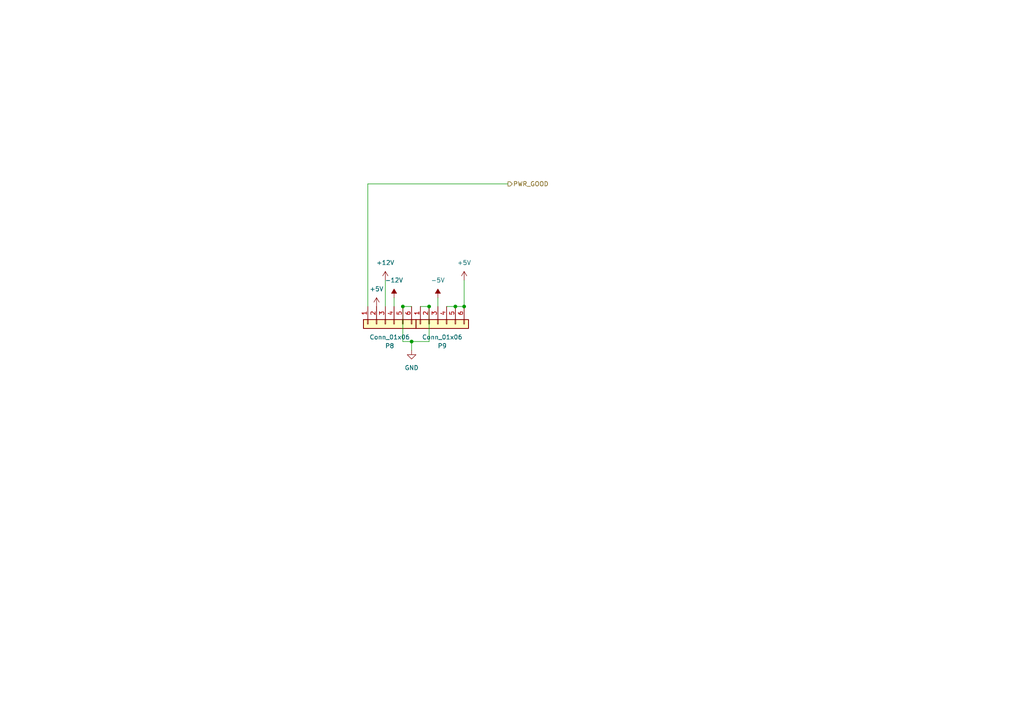
<source format=kicad_sch>
(kicad_sch (version 20230121) (generator eeschema)
  (paper "A4")
  (lib_symbols
    (symbol "Connector_Generic:Conn_01x06" (pin_names (offset 1.016) hide)
      (property "Reference" "J" (at 0 7.62 0))
      (property "Value" "Conn_01x06" (at 0 -10.16 0))
      (symbol "Conn_01x06_1_1"
        (rectangle (start -1.27 -7.493) (end 0 -7.747) (stroke (width 0.1524)))
        (rectangle (start -1.27 -4.953) (end 0 -5.207) (stroke (width 0.1524)))
        (rectangle (start -1.27 -2.413) (end 0 -2.667) (stroke (width 0.1524)))
        (rectangle (start -1.27 0.127) (end 0 -0.127) (stroke (width 0.1524)))
        (rectangle (start -1.27 2.667) (end 0 2.413) (stroke (width 0.1524)))
        (rectangle (start -1.27 5.207) (end 0 4.953) (stroke (width 0.1524)))
        (rectangle (start -1.27 6.35) (end 1.27 -8.89) (stroke (width 0.254)) (fill (type background)))
        (pin passive line (at -5.08 5.08 0) (length 3.81) (name "Pin_1") (number "1"))
        (pin passive line (at -5.08 2.54 0) (length 3.81) (name "Pin_2") (number "2"))
        (pin passive line (at -5.08 0 0) (length 3.81) (name "Pin_3") (number "3"))
        (pin passive line (at -5.08 -2.54 0) (length 3.81) (name "Pin_4") (number "4"))
        (pin passive line (at -5.08 -5.08 0) (length 3.81) (name "Pin_5") (number "5"))
        (pin passive line (at -5.08 -7.62 0) (length 3.81) (name "Pin_6") (number "6"))
      )
    )
    (symbol "power:+12V" (power) (pin_names (offset 0))
      (property "Value" "+12V" (at 0 3.556 0))
      (symbol "+12V_0_1"
        (polyline (pts (xy -0.762 1.27) (xy 0 2.54)))
        (polyline (pts (xy 0 0) (xy 0 2.54)))
        (polyline (pts (xy 0 2.54) (xy 0.762 1.27)))
      )
      (symbol "+12V_1_1"
        (pin power_in line (at 0 0 90) (length 0) hide (name "+12V") (number "1"))
      )
    )
    (symbol "power:+5V" (power) (pin_names (offset 0))
      (property "Value" "+5V" (at 0 3.556 0))
      (symbol "+5V_0_1"
        (polyline (pts (xy -0.762 1.27) (xy 0 2.54)))
        (polyline (pts (xy 0 0) (xy 0 2.54)))
        (polyline (pts (xy 0 2.54) (xy 0.762 1.27)))
      )
      (symbol "+5V_1_1"
        (pin power_in line (at 0 0 90) (length 0) hide (name "+5V") (number "1"))
      )
    )
    (symbol "power:-12V" (power) (pin_names (offset 0))
      (property "Value" "-12V" (at 0 3.81 0))
      (symbol "-12V_0_0"
        (pin power_in line (at 0 0 90) (length 0) hide (name "-12V") (number "1"))
      )
      (symbol "-12V_0_1"
        (polyline (pts (xy 0 0) (xy 0 1.27) (xy 0.762 1.27) (xy 0 2.54) (xy -0.762 1.27) (xy 0 1.27)) (fill (type outline)))
      )
    )
    (symbol "power:-5V" (power) (pin_names (offset 0))
      (property "Value" "-5V" (at 0 3.81 0))
      (symbol "-5V_0_0"
        (pin power_in line (at 0 0 90) (length 0) hide (name "-5V") (number "1"))
      )
      (symbol "-5V_0_1"
        (polyline (pts (xy 0 0) (xy 0 1.27) (xy 0.762 1.27) (xy 0 2.54) (xy -0.762 1.27) (xy 0 1.27)) (fill (type outline)))
      )
    )
    (symbol "power:GND" (power) (pin_names (offset 0))
      (property "Value" "GND" (at 0 -3.81 0))
      (symbol "GND_0_1"
        (polyline (pts (xy 0 0) (xy 0 -1.27) (xy 1.27 -1.27) (xy 0 -2.54) (xy -1.27 -1.27) (xy 0 -1.27)))
      )
      (symbol "GND_1_1"
        (pin power_in line (at 0 0 270) (length 0) hide (name "GND") (number "1"))
      )
    )
  )
  (junction (at 132.08 88.9))
  (junction (at 116.84 88.9))
  (junction (at 119.38 99.06))
  (junction (at 134.62 88.9))
  (junction (at 124.46 88.9))
  (wire (pts (xy 119.38 99.06) (xy 116.84 99.06)))
  (wire (pts (xy 111.76 81.28) (xy 111.76 88.9)))
  (wire (pts (xy 134.62 81.28) (xy 134.62 88.9)))
  (wire (pts (xy 114.3 86.36) (xy 114.3 88.9)))
  (wire (pts (xy 106.68 53.34) (xy 106.68 88.9)))
  (wire (pts (xy 116.84 88.9) (xy 116.84 99.06)))
  (wire (pts (xy 121.92 88.9) (xy 124.46 88.9)))
  (wire (pts (xy 134.62 88.9) (xy 132.08 88.9)))
  (wire (pts (xy 127 86.36) (xy 127 88.9)))
  (wire (pts (xy 119.38 99.06) (xy 119.38 101.6)))
  (wire (pts (xy 124.46 88.9) (xy 124.46 99.06)))
  (wire (pts (xy 132.08 88.9) (xy 129.54 88.9)))
  (wire (pts (xy 119.38 88.9) (xy 116.84 88.9)))
  (wire (pts (xy 124.46 99.06) (xy 119.38 99.06)))
  (wire (pts (xy 106.68 53.34) (xy 147.32 53.34)))
  (hierarchical_label "PWR_GOOD" (shape output) (at 147.32 53.34 0))
  (symbol (lib_id "power:-12V") (at 114.3 86.36 0) (mirror y) (unit 1)
    (property "Reference" "#PWR013" (effects hide))
    (property "Value" "-12V" (at 114.3 81.28 0))
  )
  (symbol (lib_id "Connector_Generic:Conn_01x06") (at 111.76 93.98 90) (mirror x) (unit 1)
    (property "Reference" "P8" (at 113.03 100.33 90))
    (property "Value" "Conn_01x06" (at 113.03 97.79 90))
    (property "Footprint" "68040:15-48-0106" (effects hide))
  )
  (symbol (lib_id "power:+12V") (at 111.76 81.28 0) (unit 1)
    (property "Reference" "#PWR012" (effects hide))
    (property "Value" "+12V" (at 111.76 76.2 0))
  )
  (symbol (lib_id "power:-5V") (at 127 86.36 0) (unit 1)
    (property "Reference" "#PWR015" (effects hide))
    (property "Value" "-5V" (at 127 81.28 0))
  )
  (symbol (lib_id "power:GND") (at 119.38 101.6 0) (unit 1)
    (property "Reference" "#PWR014" (effects hide))
    (property "Value" "GND" (at 119.38 106.68 0))
  )
  (symbol (lib_id "power:+5V") (at 134.62 81.28 0) (unit 1)
    (property "Reference" "#PWR016" (effects hide))
    (property "Value" "+5V" (at 134.62 76.2 0))
  )
  (symbol (lib_id "Connector_Generic:Conn_01x06") (at 127 93.98 90) (mirror x) (unit 1)
    (property "Reference" "P9" (at 128.27 100.33 90))
    (property "Value" "Conn_01x06" (at 128.27 97.79 90))
    (property "Footprint" "68040:15-48-0106" (effects hide))
  )
  (symbol (lib_id "power:+5V") (at 109.22 88.9 0) (unit 1)
    (property "Reference" "#PWR011" (effects hide))
    (property "Value" "+5V" (at 109.22 83.82 0))
  )
)
</source>
